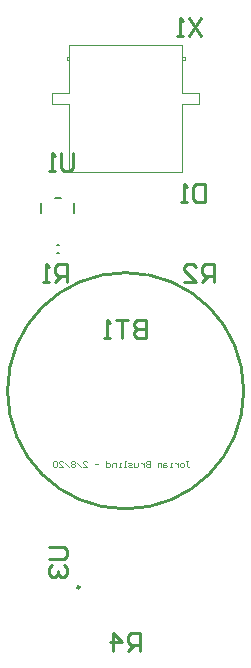
<source format=gbo>
G04 Layer_Color=13813960*
%FSLAX24Y24*%
%MOIN*%
G70*
G01*
G75*
%ADD13C,0.0100*%
%ADD30C,0.0079*%
%ADD31C,0.0039*%
%ADD51C,0.0080*%
D13*
X31988Y28051D02*
G03*
X31988Y28051I-3937J0D01*
G01*
X26516Y21496D02*
G03*
X26516Y21496I-39J0D01*
G01*
X31004Y31693D02*
Y32293D01*
X30704D01*
X30604Y32193D01*
Y31993D01*
X30704Y31893D01*
X31004D01*
X30804D02*
X30604Y31693D01*
X30004D02*
X30404D01*
X30004Y32093D01*
Y32193D01*
X30104Y32293D01*
X30304D01*
X30404Y32193D01*
X26083Y31693D02*
Y32293D01*
X25783D01*
X25683Y32193D01*
Y31993D01*
X25783Y31893D01*
X26083D01*
X25883D02*
X25683Y31693D01*
X25483D02*
X25283D01*
X25383D01*
Y32293D01*
X25483Y32193D01*
X30712Y34957D02*
Y34357D01*
X30412D01*
X30312Y34457D01*
Y34857D01*
X30412Y34957D01*
X30712D01*
X30112Y34357D02*
X29912D01*
X30012D01*
Y34957D01*
X30112Y34857D01*
X30580Y40490D02*
X30180Y39890D01*
Y40490D02*
X30580Y39890D01*
X29980D02*
X29780D01*
X29880D01*
Y40490D01*
X29980Y40390D01*
X26287Y35975D02*
Y35475D01*
X26187Y35375D01*
X25987D01*
X25887Y35475D01*
Y35975D01*
X25687Y35375D02*
X25487D01*
X25587D01*
Y35975D01*
X25687Y35875D01*
X25483Y22835D02*
X25983D01*
X26083Y22735D01*
Y22535D01*
X25983Y22435D01*
X25483D01*
X25583Y22235D02*
X25483Y22135D01*
Y21935D01*
X25583Y21835D01*
X25683D01*
X25783Y21935D01*
Y22035D01*
Y21935D01*
X25883Y21835D01*
X25983D01*
X26083Y21935D01*
Y22135D01*
X25983Y22235D01*
X28543Y19390D02*
Y19990D01*
X28243D01*
X28143Y19890D01*
Y19690D01*
X28243Y19590D01*
X28543D01*
X28343D02*
X28143Y19390D01*
X27644D02*
Y19990D01*
X27943Y19690D01*
X27544D01*
X28740Y30423D02*
Y29823D01*
X28440D01*
X28340Y29923D01*
Y30023D01*
X28440Y30123D01*
X28740D01*
X28440D01*
X28340Y30223D01*
Y30323D01*
X28440Y30423D01*
X28740D01*
X28140D02*
X27740D01*
X27940D01*
Y29823D01*
X27541D02*
X27341D01*
X27441D01*
Y30423D01*
X27541Y30323D01*
D30*
X25748Y32648D02*
X25827D01*
X25748Y32904D02*
X25827D01*
D31*
X26181Y35335D02*
Y37598D01*
X25591D02*
X26181D01*
X25591D02*
Y37992D01*
X26181D01*
Y39567D01*
X28150D01*
X26181Y35335D02*
X28051D01*
X29921D01*
X28150Y39567D02*
X29921D01*
Y37992D02*
Y39567D01*
Y37992D02*
X30512D01*
Y37598D02*
Y37992D01*
X29921Y37598D02*
X30512D01*
X29921Y35335D02*
Y37598D01*
X26083Y39173D02*
X26181D01*
X26083Y39075D02*
Y39173D01*
Y39075D02*
X26181D01*
X29921D02*
X30020D01*
Y39173D01*
X29921D02*
X30020D01*
X30066Y25709D02*
X30131D01*
X30098D01*
Y25545D01*
X30131Y25512D01*
X30164D01*
X30197Y25545D01*
X29967Y25512D02*
X29902D01*
X29869Y25545D01*
Y25610D01*
X29902Y25643D01*
X29967D01*
X30000Y25610D01*
Y25545D01*
X29967Y25512D01*
X29803Y25643D02*
Y25512D01*
Y25577D01*
X29770Y25610D01*
X29738Y25643D01*
X29705D01*
X29606Y25512D02*
X29541D01*
X29574D01*
Y25643D01*
X29606D01*
X29410D02*
X29344D01*
X29311Y25610D01*
Y25512D01*
X29410D01*
X29443Y25545D01*
X29410Y25577D01*
X29311D01*
X29246Y25512D02*
Y25643D01*
X29147D01*
X29115Y25610D01*
Y25512D01*
X28852Y25709D02*
Y25512D01*
X28754D01*
X28721Y25545D01*
Y25577D01*
X28754Y25610D01*
X28852D01*
X28754D01*
X28721Y25643D01*
Y25676D01*
X28754Y25709D01*
X28852D01*
X28655Y25643D02*
Y25512D01*
Y25577D01*
X28623Y25610D01*
X28590Y25643D01*
X28557D01*
X28459D02*
Y25545D01*
X28426Y25512D01*
X28327D01*
Y25643D01*
X28262Y25512D02*
X28163D01*
X28131Y25545D01*
X28163Y25577D01*
X28229D01*
X28262Y25610D01*
X28229Y25643D01*
X28131D01*
X28065Y25512D02*
X27999D01*
X28032D01*
Y25709D01*
X28065D01*
X27901Y25512D02*
X27835D01*
X27868D01*
Y25643D01*
X27901D01*
X27737Y25512D02*
Y25643D01*
X27639D01*
X27606Y25610D01*
Y25512D01*
X27409Y25709D02*
Y25512D01*
X27507D01*
X27540Y25545D01*
Y25610D01*
X27507Y25643D01*
X27409D01*
X27147Y25610D02*
X27015D01*
X26622Y25512D02*
X26753D01*
X26622Y25643D01*
Y25676D01*
X26655Y25709D01*
X26720D01*
X26753Y25676D01*
X26556Y25512D02*
X26425Y25643D01*
X26360Y25676D02*
X26327Y25709D01*
X26261D01*
X26228Y25676D01*
Y25643D01*
X26261Y25610D01*
X26228Y25577D01*
Y25545D01*
X26261Y25512D01*
X26327D01*
X26360Y25545D01*
Y25577D01*
X26327Y25610D01*
X26360Y25643D01*
Y25676D01*
X26327Y25610D02*
X26261D01*
X26163Y25512D02*
X26032Y25643D01*
X25835Y25512D02*
X25966D01*
X25835Y25643D01*
Y25676D01*
X25868Y25709D01*
X25933D01*
X25966Y25676D01*
X25769D02*
X25736Y25709D01*
X25671D01*
X25638Y25676D01*
Y25545D01*
X25671Y25512D01*
X25736D01*
X25769Y25545D01*
Y25676D01*
D51*
X25682Y34473D02*
X25893D01*
X26347Y33984D02*
Y34323D01*
X25227Y33984D02*
Y34323D01*
M02*

</source>
